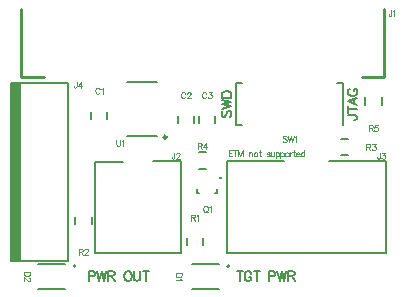
<source format=gto>
G04*
G04 #@! TF.GenerationSoftware,Altium Limited,Altium Designer,20.1.10 (176)*
G04*
G04 Layer_Color=65535*
%FSLAX25Y25*%
%MOIN*%
G70*
G04*
G04 #@! TF.SameCoordinates,C4499B9A-1E71-4EDD-A5B7-EE233C105FA9*
G04*
G04*
G04 #@! TF.FilePolarity,Positive*
G04*
G01*
G75*
%ADD10C,0.00787*%
%ADD11C,0.00984*%
%ADD12C,0.00800*%
%ADD13C,0.01000*%
%ADD14C,0.00500*%
%ADD15C,0.00400*%
%ADD16C,0.00300*%
%ADD17R,0.03200X0.59100*%
D10*
X75000Y10000D02*
G03*
X75000Y10000I-394J0D01*
G01*
X23740D02*
G03*
X23740Y10000I-394J0D01*
G01*
X30228Y14433D02*
Y44701D01*
Y14433D02*
X58772D01*
X30228Y44701D02*
X39500D01*
X58772Y14433D02*
Y44969D01*
X49500D02*
X58772D01*
X74265Y14433D02*
Y44969D01*
Y14433D02*
X127272D01*
X74265Y44969D02*
X93000D01*
X127272Y14433D02*
Y44969D01*
X108000D02*
X127272D01*
X64153Y34500D02*
Y35681D01*
Y34500D02*
X64941D01*
X70846D02*
Y35681D01*
X70059Y34500D02*
X70846D01*
X110748Y71087D02*
X112716D01*
X77284Y56913D02*
X79252D01*
X77284Y71087D02*
X79252D01*
X112716Y56913D02*
Y71087D01*
X77284Y56913D02*
Y71087D01*
X40738Y53445D02*
X50975D01*
X40738Y71555D02*
X50975D01*
D11*
X72049Y39390D02*
G03*
X72049Y39390I-49J0D01*
G01*
X54026Y53051D02*
G03*
X54026Y53051I-492J0D01*
G01*
D12*
X2100Y11900D02*
X21100D01*
Y71100D01*
X2100D02*
X21100D01*
X2100Y11900D02*
Y71100D01*
D13*
X126394Y73032D02*
Y95894D01*
X119000Y73032D02*
X126394D01*
X5606D02*
X13000D01*
X5606D02*
Y95894D01*
D14*
X28703Y59053D02*
Y61453D01*
X34203Y59053D02*
Y61453D01*
X57750Y57800D02*
Y60200D01*
X63250Y57800D02*
Y60200D01*
X64750Y57800D02*
Y60200D01*
X70250Y57800D02*
Y60200D01*
X62551Y2347D02*
X71449D01*
X62551Y10654D02*
X71449D01*
X11291Y2347D02*
X20189D01*
X11291Y10654D02*
X20189D01*
X60750Y17001D02*
Y19401D01*
X66250Y17001D02*
Y19401D01*
X23550Y24101D02*
Y26501D01*
X29050Y24101D02*
Y26501D01*
X112120Y52451D02*
X114520D01*
X112120Y46951D02*
X114520D01*
X64741Y42523D02*
X67141D01*
X64741Y48023D02*
X67141D01*
X120250Y63864D02*
Y66264D01*
X125750Y63864D02*
Y66264D01*
X114400Y60359D02*
X116838D01*
X117295Y60207D01*
X117447Y60054D01*
X117600Y59750D01*
Y59445D01*
X117447Y59140D01*
X117295Y58988D01*
X116838Y58835D01*
X116533D01*
X114400Y62248D02*
X117600D01*
X114400Y61182D02*
Y63314D01*
X117600Y66133D02*
X114400Y64914D01*
X117600Y63695D01*
X116533Y64152D02*
Y65676D01*
X115162Y69165D02*
X114857Y69012D01*
X114553Y68708D01*
X114400Y68403D01*
Y67794D01*
X114553Y67489D01*
X114857Y67184D01*
X115162Y67032D01*
X115619Y66879D01*
X116381D01*
X116838Y67032D01*
X117143Y67184D01*
X117447Y67489D01*
X117600Y67794D01*
Y68403D01*
X117447Y68708D01*
X117143Y69012D01*
X116838Y69165D01*
X116381D01*
Y68403D02*
Y69165D01*
X72857Y61799D02*
X72553Y61494D01*
X72400Y61037D01*
Y60427D01*
X72553Y59970D01*
X72857Y59666D01*
X73162D01*
X73467Y59818D01*
X73619Y59970D01*
X73772Y60275D01*
X74076Y61189D01*
X74229Y61494D01*
X74381Y61646D01*
X74686Y61799D01*
X75143D01*
X75447Y61494D01*
X75600Y61037D01*
Y60427D01*
X75447Y59970D01*
X75143Y59666D01*
X72400Y62515D02*
X75600Y63276D01*
X72400Y64038D02*
X75600Y63276D01*
X72400Y64038D02*
X75600Y64800D01*
X72400Y65562D02*
X75600Y64800D01*
X72400Y66202D02*
X75600D01*
X72400D02*
Y67268D01*
X72553Y67725D01*
X72857Y68030D01*
X73162Y68182D01*
X73619Y68334D01*
X74381D01*
X74838Y68182D01*
X75143Y68030D01*
X75447Y67725D01*
X75600Y67268D01*
Y66202D01*
X28000Y6625D02*
X29371D01*
X29828Y6777D01*
X29980Y6929D01*
X30133Y7234D01*
Y7691D01*
X29980Y7996D01*
X29828Y8148D01*
X29371Y8301D01*
X28000D01*
Y5101D01*
X30849Y8301D02*
X31611Y5101D01*
X32372Y8301D02*
X31611Y5101D01*
X32372Y8301D02*
X33134Y5101D01*
X33896Y8301D02*
X33134Y5101D01*
X34536Y8301D02*
Y5101D01*
Y8301D02*
X35907D01*
X36364Y8148D01*
X36516Y7996D01*
X36669Y7691D01*
Y7387D01*
X36516Y7082D01*
X36364Y6929D01*
X35907Y6777D01*
X34536D01*
X35602D02*
X36669Y5101D01*
X40813Y8301D02*
X40508Y8148D01*
X40203Y7844D01*
X40051Y7539D01*
X39898Y7082D01*
Y6320D01*
X40051Y5863D01*
X40203Y5558D01*
X40508Y5254D01*
X40813Y5101D01*
X41422D01*
X41727Y5254D01*
X42031Y5558D01*
X42184Y5863D01*
X42336Y6320D01*
Y7082D01*
X42184Y7539D01*
X42031Y7844D01*
X41727Y8148D01*
X41422Y8301D01*
X40813D01*
X43082D02*
Y6015D01*
X43235Y5558D01*
X43540Y5254D01*
X43997Y5101D01*
X44301D01*
X44758Y5254D01*
X45063Y5558D01*
X45215Y6015D01*
Y8301D01*
X47165D02*
Y5101D01*
X46099Y8301D02*
X48232D01*
X78566D02*
Y5101D01*
X77500Y8301D02*
X79633D01*
X82299Y7539D02*
X82147Y7844D01*
X81842Y8148D01*
X81537Y8301D01*
X80928D01*
X80623Y8148D01*
X80318Y7844D01*
X80166Y7539D01*
X80014Y7082D01*
Y6320D01*
X80166Y5863D01*
X80318Y5558D01*
X80623Y5254D01*
X80928Y5101D01*
X81537D01*
X81842Y5254D01*
X82147Y5558D01*
X82299Y5863D01*
Y6320D01*
X81537D02*
X82299D01*
X84097Y8301D02*
Y5101D01*
X83030Y8301D02*
X85163D01*
X88058Y6625D02*
X89429D01*
X89886Y6777D01*
X90038Y6929D01*
X90191Y7234D01*
Y7691D01*
X90038Y7996D01*
X89886Y8148D01*
X89429Y8301D01*
X88058D01*
Y5101D01*
X90907Y8301D02*
X91668Y5101D01*
X92430Y8301D02*
X91668Y5101D01*
X92430Y8301D02*
X93192Y5101D01*
X93954Y8301D02*
X93192Y5101D01*
X94594Y8301D02*
Y5101D01*
Y8301D02*
X95965D01*
X96422Y8148D01*
X96574Y7996D01*
X96726Y7691D01*
Y7387D01*
X96574Y7082D01*
X96422Y6929D01*
X95965Y6777D01*
X94594D01*
X95660D02*
X96726Y5101D01*
D15*
X75910Y48572D02*
X74672D01*
Y46573D01*
X75910D01*
X74672Y47620D02*
X75434D01*
X76910Y48572D02*
Y46573D01*
X76243Y48572D02*
X77576D01*
X77815D02*
Y46573D01*
Y48572D02*
X78576Y46573D01*
X79338Y48572D02*
X78576Y46573D01*
X79338Y48572D02*
Y46573D01*
X81480Y47906D02*
Y46573D01*
Y47525D02*
X81766Y47811D01*
X81956Y47906D01*
X82242D01*
X82433Y47811D01*
X82528Y47525D01*
Y46573D01*
X83527Y47906D02*
X83337Y47811D01*
X83147Y47620D01*
X83051Y47335D01*
Y47144D01*
X83147Y46859D01*
X83337Y46668D01*
X83527Y46573D01*
X83813D01*
X84004Y46668D01*
X84194Y46859D01*
X84289Y47144D01*
Y47335D01*
X84194Y47620D01*
X84004Y47811D01*
X83813Y47906D01*
X83527D01*
X85013Y48572D02*
Y46954D01*
X85108Y46668D01*
X85299Y46573D01*
X85489D01*
X84727Y47906D02*
X85394D01*
X88393Y47620D02*
X88298Y47811D01*
X88012Y47906D01*
X87727D01*
X87441Y47811D01*
X87346Y47620D01*
X87441Y47430D01*
X87631Y47335D01*
X88108Y47239D01*
X88298Y47144D01*
X88393Y46954D01*
Y46859D01*
X88298Y46668D01*
X88012Y46573D01*
X87727D01*
X87441Y46668D01*
X87346Y46859D01*
X88812Y47906D02*
Y46954D01*
X88907Y46668D01*
X89098Y46573D01*
X89383D01*
X89574Y46668D01*
X89859Y46954D01*
Y47906D02*
Y46573D01*
X90383Y47906D02*
Y45906D01*
Y47620D02*
X90574Y47811D01*
X90764Y47906D01*
X91050D01*
X91240Y47811D01*
X91431Y47620D01*
X91526Y47335D01*
Y47144D01*
X91431Y46859D01*
X91240Y46668D01*
X91050Y46573D01*
X90764D01*
X90574Y46668D01*
X90383Y46859D01*
X91954Y47906D02*
Y45906D01*
Y47620D02*
X92145Y47811D01*
X92335Y47906D01*
X92621D01*
X92811Y47811D01*
X93002Y47620D01*
X93097Y47335D01*
Y47144D01*
X93002Y46859D01*
X92811Y46668D01*
X92621Y46573D01*
X92335D01*
X92145Y46668D01*
X91954Y46859D01*
X94002Y47906D02*
X93811Y47811D01*
X93621Y47620D01*
X93525Y47335D01*
Y47144D01*
X93621Y46859D01*
X93811Y46668D01*
X94002Y46573D01*
X94287D01*
X94477Y46668D01*
X94668Y46859D01*
X94763Y47144D01*
Y47335D01*
X94668Y47620D01*
X94477Y47811D01*
X94287Y47906D01*
X94002D01*
X95201D02*
Y46573D01*
Y47335D02*
X95296Y47620D01*
X95487Y47811D01*
X95677Y47906D01*
X95963D01*
X96430Y48572D02*
Y46954D01*
X96525Y46668D01*
X96715Y46573D01*
X96906D01*
X96144Y47906D02*
X96810D01*
X97191Y47335D02*
X98334D01*
Y47525D01*
X98239Y47715D01*
X98143Y47811D01*
X97953Y47906D01*
X97667D01*
X97477Y47811D01*
X97286Y47620D01*
X97191Y47335D01*
Y47144D01*
X97286Y46859D01*
X97477Y46668D01*
X97667Y46573D01*
X97953D01*
X98143Y46668D01*
X98334Y46859D01*
X99905Y48572D02*
Y46573D01*
Y47620D02*
X99714Y47811D01*
X99524Y47906D01*
X99238D01*
X99048Y47811D01*
X98858Y47620D01*
X98762Y47335D01*
Y47144D01*
X98858Y46859D01*
X99048Y46668D01*
X99238Y46573D01*
X99524D01*
X99714Y46668D01*
X99905Y46859D01*
D16*
X94053Y53165D02*
X93862Y53356D01*
X93577Y53451D01*
X93196D01*
X92910Y53356D01*
X92720Y53165D01*
Y52975D01*
X92815Y52784D01*
X92910Y52689D01*
X93100Y52594D01*
X93672Y52403D01*
X93862Y52308D01*
X93957Y52213D01*
X94053Y52022D01*
Y51737D01*
X93862Y51546D01*
X93577Y51451D01*
X93196D01*
X92910Y51546D01*
X92720Y51737D01*
X94500Y53451D02*
X94976Y51451D01*
X95452Y53451D02*
X94976Y51451D01*
X95452Y53451D02*
X95928Y51451D01*
X96404Y53451D02*
X95928Y51451D01*
X96804Y53070D02*
X96995Y53165D01*
X97281Y53451D01*
Y51451D01*
X37249Y52001D02*
Y50572D01*
X37344Y50287D01*
X37535Y50096D01*
X37820Y50001D01*
X38011D01*
X38296Y50096D01*
X38487Y50287D01*
X38582Y50572D01*
Y52001D01*
X39134Y51620D02*
X39325Y51715D01*
X39610Y52001D01*
Y50001D01*
X121443Y57000D02*
Y55000D01*
Y57000D02*
X122300D01*
X122586Y56905D01*
X122681Y56809D01*
X122776Y56619D01*
Y56428D01*
X122681Y56238D01*
X122586Y56143D01*
X122300Y56048D01*
X121443D01*
X122110D02*
X122776Y55000D01*
X124366Y57000D02*
X123414D01*
X123319Y56143D01*
X123414Y56238D01*
X123700Y56333D01*
X123986D01*
X124271Y56238D01*
X124462Y56048D01*
X124557Y55762D01*
Y55572D01*
X124462Y55286D01*
X124271Y55095D01*
X123986Y55000D01*
X123700D01*
X123414Y55095D01*
X123319Y55191D01*
X123224Y55381D01*
X67267Y67524D02*
X67172Y67714D01*
X66981Y67905D01*
X66791Y68000D01*
X66410D01*
X66219Y67905D01*
X66029Y67714D01*
X65934Y67524D01*
X65838Y67238D01*
Y66762D01*
X65934Y66476D01*
X66029Y66286D01*
X66219Y66095D01*
X66410Y66000D01*
X66791D01*
X66981Y66095D01*
X67172Y66286D01*
X67267Y66476D01*
X68019Y68000D02*
X69066D01*
X68495Y67238D01*
X68781D01*
X68971Y67143D01*
X69066Y67048D01*
X69161Y66762D01*
Y66571D01*
X69066Y66286D01*
X68876Y66095D01*
X68590Y66000D01*
X68305D01*
X68019Y66095D01*
X67924Y66191D01*
X67829Y66381D01*
X60267Y67524D02*
X60172Y67714D01*
X59981Y67905D01*
X59791Y68000D01*
X59410D01*
X59219Y67905D01*
X59029Y67714D01*
X58934Y67524D01*
X58838Y67238D01*
Y66762D01*
X58934Y66476D01*
X59029Y66286D01*
X59219Y66095D01*
X59410Y66000D01*
X59791D01*
X59981Y66095D01*
X60172Y66286D01*
X60267Y66476D01*
X60924Y67524D02*
Y67619D01*
X61019Y67809D01*
X61114Y67905D01*
X61305Y68000D01*
X61686D01*
X61876Y67905D01*
X61971Y67809D01*
X62066Y67619D01*
Y67428D01*
X61971Y67238D01*
X61781Y66952D01*
X60829Y66000D01*
X62161D01*
X31695Y69024D02*
X31600Y69214D01*
X31409Y69405D01*
X31219Y69500D01*
X30838D01*
X30648Y69405D01*
X30457Y69214D01*
X30362Y69024D01*
X30267Y68738D01*
Y68262D01*
X30362Y67976D01*
X30457Y67786D01*
X30648Y67595D01*
X30838Y67500D01*
X31219D01*
X31409Y67595D01*
X31600Y67786D01*
X31695Y67976D01*
X32257Y69119D02*
X32447Y69214D01*
X32733Y69500D01*
Y67500D01*
X64396Y51000D02*
Y49000D01*
Y51000D02*
X65253D01*
X65538Y50905D01*
X65633Y50809D01*
X65729Y50619D01*
Y50428D01*
X65633Y50238D01*
X65538Y50143D01*
X65253Y50048D01*
X64396D01*
X65062D02*
X65729Y49000D01*
X67128Y51000D02*
X66176Y49667D01*
X67604D01*
X67128Y51000D02*
Y49000D01*
X120644Y50701D02*
Y48701D01*
Y50701D02*
X121501D01*
X121787Y50606D01*
X121882Y50510D01*
X121977Y50320D01*
Y50129D01*
X121882Y49939D01*
X121787Y49844D01*
X121501Y49749D01*
X120644D01*
X121311D02*
X121977Y48701D01*
X122615Y50701D02*
X123663D01*
X123091Y49939D01*
X123377D01*
X123567Y49844D01*
X123663Y49749D01*
X123758Y49463D01*
Y49273D01*
X123663Y48987D01*
X123472Y48796D01*
X123187Y48701D01*
X122901D01*
X122615Y48796D01*
X122520Y48892D01*
X122425Y49082D01*
X62238Y27201D02*
Y25201D01*
Y27201D02*
X63095D01*
X63380Y27106D01*
X63476Y27010D01*
X63571Y26820D01*
Y26629D01*
X63476Y26439D01*
X63380Y26344D01*
X63095Y26249D01*
X62238D01*
X62904D02*
X63571Y25201D01*
X64018Y26820D02*
X64209Y26915D01*
X64495Y27201D01*
Y25201D01*
X66838Y30095D02*
X66648Y30000D01*
X66457Y29809D01*
X66362Y29619D01*
X66267Y29333D01*
Y28857D01*
X66362Y28572D01*
X66457Y28381D01*
X66648Y28191D01*
X66838Y28095D01*
X67219D01*
X67409Y28191D01*
X67600Y28381D01*
X67695Y28572D01*
X67790Y28857D01*
Y29333D01*
X67695Y29619D01*
X67600Y29809D01*
X67409Y30000D01*
X67219Y30095D01*
X66838D01*
X67124Y28476D02*
X67695Y27905D01*
X68257Y29714D02*
X68447Y29809D01*
X68733Y30095D01*
Y28095D01*
X59000Y7628D02*
X57000D01*
X59000D02*
Y6962D01*
X58905Y6676D01*
X58714Y6486D01*
X58524Y6391D01*
X58238Y6295D01*
X57762D01*
X57476Y6391D01*
X57286Y6486D01*
X57095Y6676D01*
X57000Y6962D01*
Y7628D01*
X58619Y5848D02*
X58714Y5657D01*
X59000Y5372D01*
X57000D01*
X24005Y71500D02*
Y69976D01*
X23910Y69691D01*
X23814Y69595D01*
X23624Y69500D01*
X23434D01*
X23243Y69595D01*
X23148Y69691D01*
X23053Y69976D01*
Y70167D01*
X25471Y71500D02*
X24519Y70167D01*
X25947D01*
X25471Y71500D02*
Y69500D01*
X24743Y15791D02*
Y13791D01*
Y15791D02*
X25600D01*
X25886Y15696D01*
X25981Y15600D01*
X26076Y15410D01*
Y15220D01*
X25981Y15029D01*
X25886Y14934D01*
X25600Y14839D01*
X24743D01*
X25410D02*
X26076Y13791D01*
X26619Y15315D02*
Y15410D01*
X26714Y15600D01*
X26809Y15696D01*
X27000Y15791D01*
X27381D01*
X27571Y15696D01*
X27666Y15600D01*
X27762Y15410D01*
Y15220D01*
X27666Y15029D01*
X27476Y14743D01*
X26524Y13791D01*
X27857D01*
X8500Y8057D02*
X6500D01*
X8500D02*
Y7390D01*
X8405Y7105D01*
X8214Y6914D01*
X8024Y6819D01*
X7738Y6724D01*
X7262D01*
X6976Y6819D01*
X6786Y6914D01*
X6595Y7105D01*
X6500Y7390D01*
Y8057D01*
X8024Y6181D02*
X8119D01*
X8309Y6086D01*
X8405Y5991D01*
X8500Y5800D01*
Y5419D01*
X8405Y5229D01*
X8309Y5134D01*
X8119Y5038D01*
X7929D01*
X7738Y5134D01*
X7452Y5324D01*
X6500Y6276D01*
Y4943D01*
X125125Y47853D02*
Y46329D01*
X125030Y46044D01*
X124934Y45948D01*
X124744Y45853D01*
X124554D01*
X124363Y45948D01*
X124268Y46044D01*
X124173Y46329D01*
Y46520D01*
X125829Y47853D02*
X126877D01*
X126305Y47091D01*
X126591D01*
X126782Y46996D01*
X126877Y46901D01*
X126972Y46615D01*
Y46424D01*
X126877Y46139D01*
X126686Y45948D01*
X126401Y45853D01*
X126115D01*
X125829Y45948D01*
X125734Y46044D01*
X125639Y46234D01*
X56625Y47853D02*
Y46329D01*
X56530Y46044D01*
X56434Y45948D01*
X56244Y45853D01*
X56054D01*
X55863Y45948D01*
X55768Y46044D01*
X55673Y46329D01*
Y46520D01*
X57234Y47377D02*
Y47472D01*
X57329Y47662D01*
X57425Y47758D01*
X57615Y47853D01*
X57996D01*
X58186Y47758D01*
X58282Y47662D01*
X58377Y47472D01*
Y47282D01*
X58282Y47091D01*
X58091Y46805D01*
X57139Y45853D01*
X58472D01*
X128981Y95299D02*
Y93775D01*
X128886Y93490D01*
X128790Y93395D01*
X128600Y93299D01*
X128410D01*
X128219Y93395D01*
X128124Y93490D01*
X128029Y93775D01*
Y93966D01*
X129495Y94918D02*
X129686Y95013D01*
X129971Y95299D01*
Y93299D01*
D17*
X3700Y41450D02*
D03*
M02*

</source>
